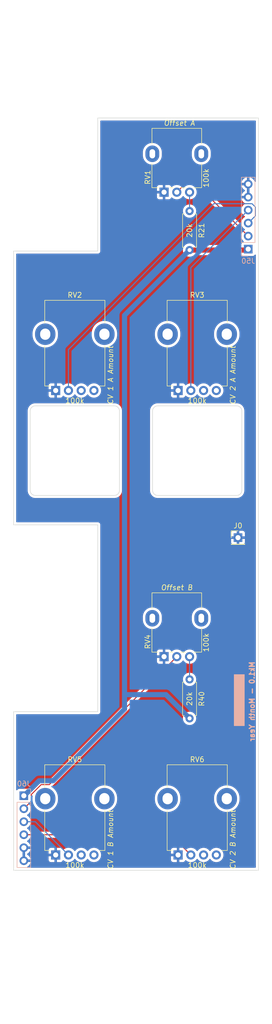
<source format=kicad_pcb>
(kicad_pcb (version 20240108) (generator "pcbnew") (generator_version "8.0")
  (title_block (rev "1") (company "DMH Instruments") (comment 1 "10cm Kosmo format synthesizer module PCB"))
  (layers (0 "F.Cu" signal) (31 "B.Cu" signal) (34 "B.Paste" user) (35 "F.Paste" user) (36 "B.SilkS" user "B.Silkscreen") (37 "F.SilkS" user "F.Silkscreen") (38 "B.Mask" user) (39 "F.Mask" user) (44 "Edge.Cuts" user))
  (net 0 "")
  (net 1 "GND")
  (net 2 "/Inputs and Outputs/CV 1 A Jack")
  (net 3 "/Inputs and Outputs/CV 2 A Jack")
  (net 4 "/Inputs and Outputs/CV 1 B Jack")
  (net 5 "/Inputs and Outputs/CV 2 B Jack")
  (net 6 "/Inputs and Outputs/CV 1 A Pot")
  (net 7 "/Inputs and Outputs/CV 2 A Pot")
  (net 8 "/Inputs and Outputs/Offset A Pot")
  (net 9 "/Inputs and Outputs/CV 1 B Pot")
  (net 10 "/Inputs and Outputs/Offset B Pot")
  (net 11 "/Inputs and Outputs/CV 2 B Pot")
  (net 12 "+12V")
  (net 13 "Net-(R21-Pad1)")
  (net 14 "Net-(R40-Pad1)")
  (footprint "Resistor_THT:R_Axial_DIN0207_L6.3mm_D2.5mm_P7.62mm_Horizontal" (layer "F.Cu") (at 85.5 71.19 -90)
    (property "Reference" "R21" (at 3.81 -2.37 90) (layer "F.SilkS"))
    (property "Value" "20k" (at 3.81 0 90) (layer "F.SilkS"))
    (fp_line (start 0.54 1.37) (end 7.08 1.37) (stroke (width 0.12)) (layer "F.SilkS"))
    (fp_line (start 7.08 1.37) (end 7.08 1.04) (stroke (width 0.12)) (layer "F.SilkS"))
    (fp_line (start 0.54 1.04) (end 0.54 1.37) (stroke (width 0.12)) (layer "F.SilkS"))
    (fp_line (start 0.54 -1.04) (end 0.54 -1.37) (stroke (width 0.12)) (layer "F.SilkS"))
    (fp_line (start 0.54 -1.37) (end 7.08 -1.37) (stroke (width 0.12)) (layer "F.SilkS"))
    (fp_line (start 7.08 -1.37) (end 7.08 -1.04) (stroke (width 0.12)) (layer "F.SilkS"))
    (pad "1" thru_hole circle (at 0 0 270) (size 1.6 1.6) (drill 0.8) (layers "*.Cu" "*.Mask") (net 13 "Net-(R21-Pad1)"))
    (pad "2" thru_hole oval (at 7.62 0 270) (size 1.6 1.6) (drill 0.8) (layers "*.Cu" "*.Mask") (net 12 "+12V"))
  )
  (footprint "SynthStuff:Potentiometer_TT_P110KH1" (layer "F.Cu") (at 84.5 106.25)
    (property "Reference" "RV3" (at 2.5 -18.65 0) (layer "F.SilkS"))
    (property "Value" "100k" (at 2.5 2 0) (layer "F.SilkS"))
    (property "Function" "CV 2 A Amount" (at 9.5 -3 90) (layer "F.SilkS") (effects (font (thickness 0.15) (italic yes))))
    (fp_line (start -3.4 -17.62) (end -3.4 -13.25) (stroke (width 0.12)) (layer "F.SilkS"))
    (fp_line (start -3.4 -8.7) (end -3.4 -0.88) (stroke (width 0.12)) (layer "F.SilkS"))
    (fp_line (start -2.4 -0.88) (end -3.4 -0.88) (stroke (width 0.12)) (layer "F.SilkS"))
    (fp_line (start 8.4 -17.62) (end -3.4 -17.62) (stroke (width 0.12)) (layer "F.SilkS"))
    (fp_line (start 8.4 -17.62) (end 8.4 -13.25) (stroke (width 0.12)) (layer "F.SilkS"))
    (fp_line (start 8.4 -8.7) (end 8.4 -0.88) (stroke (width 0.12)) (layer "F.SilkS"))
    (fp_line (start 8.4 -0.88) (end 7.4 -0.88) (stroke (width 0.12)) (layer "F.SilkS"))
    (pad "" thru_hole oval (at -3.3 -11) (size 4 4.2) (drill oval 2 2.2) (layers "*.Cu" "*.Mask"))
    (pad "" thru_hole circle (at 6.25 0) (size 1.8 1.8) (drill 1) (layers "*.Cu" "*.Mask"))
    (pad "" thru_hole oval (at 8.3 -11) (size 4 4.2) (drill oval 2 2.2) (layers "*.Cu" "*.Mask"))
    (pad "1" thru_hole rect (at -1.25 0) (size 1.8 1.8) (drill 1) (layers "*.Cu" "*.Mask") (net 1 "GND"))
    (pad "2" thru_hole circle (at 1.25 0) (size 1.8 1.8) (drill 1) (layers "*.Cu" "*.Mask") (net 7 "/Inputs and Outputs/CV 2 A Pot"))
    (pad "3" thru_hole circle (at 3.75 0) (size 1.8 1.8) (drill 1) (layers "*.Cu" "*.Mask") (net 3 "/Inputs and Outputs/CV 2 A Jack"))
  )
  (footprint "SynthStuff:Potentiometer_TT_P110KH1" (layer "F.Cu") (at 60.5 106.25)
    (property "Reference" "RV2" (at 2.5 -18.65 0) (layer "F.SilkS"))
    (property "Value" "100k" (at 2.5 2 0) (layer "F.SilkS"))
    (property "Function" "CV 1 A Amount" (at 9.5 -3 90) (layer "F.SilkS") (effects (font (thickness 0.15) (italic yes))))
    (fp_line (start -3.4 -17.62) (end -3.4 -13.25) (stroke (width 0.12)) (layer "F.SilkS"))
    (fp_line (start -3.4 -8.7) (end -3.4 -0.88) (stroke (width 0.12)) (layer "F.SilkS"))
    (fp_line (start -2.4 -0.88) (end -3.4 -0.88) (stroke (width 0.12)) (layer "F.SilkS"))
    (fp_line (start 8.4 -17.62) (end -3.4 -17.62) (stroke (width 0.12)) (layer "F.SilkS"))
    (fp_line (start 8.4 -17.62) (end 8.4 -13.25) (stroke (width 0.12)) (layer "F.SilkS"))
    (fp_line (start 8.4 -8.7) (end 8.4 -0.88) (stroke (width 0.12)) (layer "F.SilkS"))
    (fp_line (start 8.4 -0.88) (end 7.4 -0.88) (stroke (width 0.12)) (layer "F.SilkS"))
    (pad "" thru_hole oval (at -3.3 -11) (size 4 4.2) (drill oval 2 2.2) (layers "*.Cu" "*.Mask"))
    (pad "" thru_hole circle (at 6.25 0) (size 1.8 1.8) (drill 1) (layers "*.Cu" "*.Mask"))
    (pad "" thru_hole oval (at 8.3 -11) (size 4 4.2) (drill oval 2 2.2) (layers "*.Cu" "*.Mask"))
    (pad "1" thru_hole rect (at -1.25 0) (size 1.8 1.8) (drill 1) (layers "*.Cu" "*.Mask") (net 1 "GND"))
    (pad "2" thru_hole circle (at 1.25 0) (size 1.8 1.8) (drill 1) (layers "*.Cu" "*.Mask") (net 6 "/Inputs and Outputs/CV 1 A Pot"))
    (pad "3" thru_hole circle (at 3.75 0) (size 1.8 1.8) (drill 1) (layers "*.Cu" "*.Mask") (net 2 "/Inputs and Outputs/CV 1 A Jack"))
  )
  (footprint "Connector_PinHeader_2.54mm:PinHeader_1x01_P2.54mm_Vertical" (layer "F.Cu") (at 95 135)
    (property "Reference" "J0" (at 0 -2.33 0) (layer "F.SilkS"))
    (property "Value" "Conn_01x01")
    (fp_line (start -1.33 -1.33) (end 0 -1.33) (stroke (width 0.12)) (layer "F.SilkS"))
    (fp_line (start -1.33 0) (end -1.33 -1.33) (stroke (width 0.12)) (layer "F.SilkS"))
    (fp_line (start -1.33 1.27) (end -1.33 1.33) (stroke (width 0.12)) (layer "F.SilkS"))
    (fp_line (start -1.33 1.27) (end 1.33 1.27) (stroke (width 0.12)) (layer "F.SilkS"))
    (fp_line (start -1.33 1.33) (end 1.33 1.33) (stroke (width 0.12)) (layer "F.SilkS"))
    (fp_line (start 1.33 1.27) (end 1.33 1.33) (stroke (width 0.12)) (layer "F.SilkS"))
    (pad "1" thru_hole rect (at 0 0) (size 1.7 1.7) (drill 1) (layers "*.Cu" "*.Mask") (net 1 "GND"))
  )
  (footprint "SynthStuff:Potentiometer_TT_P110KH1" (layer "F.Cu") (at 60.5 197)
    (property "Reference" "RV5" (at 2.5 -18.65 0) (layer "F.SilkS"))
    (property "Value" "100k" (at 2.5 2 0) (layer "F.SilkS"))
    (property "Function" "CV 1 B Amount" (at 9.5 -3 90) (layer "F.SilkS") (effects (font (thickness 0.15) (italic yes))))
    (fp_line (start -3.4 -17.62) (end -3.4 -13.25) (stroke (width 0.12)) (layer "F.SilkS"))
    (fp_line (start -3.4 -8.7) (end -3.4 -0.88) (stroke (width 0.12)) (layer "F.SilkS"))
    (fp_line (start -2.4 -0.88) (end -3.4 -0.88) (stroke (width 0.12)) (layer "F.SilkS"))
    (fp_line (start 8.4 -17.62) (end -3.4 -17.62) (stroke (width 0.12)) (layer "F.SilkS"))
    (fp_line (start 8.4 -17.62) (end 8.4 -13.25) (stroke (width 0.12)) (layer "F.SilkS"))
    (fp_line (start 8.4 -8.7) (end 8.4 -0.88) (stroke (width 0.12)) (layer "F.SilkS"))
    (fp_line (start 8.4 -0.88) (end 7.4 -0.88) (stroke (width 0.12)) (layer "F.SilkS"))
    (pad "" thru_hole oval (at -3.3 -11) (size 4 4.2) (drill oval 2 2.2) (layers "*.Cu" "*.Mask"))
    (pad "" thru_hole circle (at 6.25 0) (size 1.8 1.8) (drill 1) (layers "*.Cu" "*.Mask"))
    (pad "" thru_hole oval (at 8.3 -11) (size 4 4.2) (drill oval 2 2.2) (layers "*.Cu" "*.Mask"))
    (pad "1" thru_hole rect (at -1.25 0) (size 1.8 1.8) (drill 1) (layers "*.Cu" "*.Mask") (net 1 "GND"))
    (pad "2" thru_hole circle (at 1.25 0) (size 1.8 1.8) (drill 1) (layers "*.Cu" "*.Mask") (net 9 "/Inputs and Outputs/CV 1 B Pot"))
    (pad "3" thru_hole circle (at 3.75 0) (size 1.8 1.8) (drill 1) (layers "*.Cu" "*.Mask") (net 4 "/Inputs and Outputs/CV 1 B Jack"))
  )
  (footprint "Resistor_THT:R_Axial_DIN0207_L6.3mm_D2.5mm_P7.62mm_Horizontal" (layer "F.Cu") (at 85.5 162.69 -90)
    (property "Reference" "R40" (at 3.81 -2.37 90) (layer "F.SilkS"))
    (property "Value" "20k" (at 3.81 0 90) (layer "F.SilkS"))
    (fp_line (start 0.54 1.37) (end 7.08 1.37) (stroke (width 0.12)) (layer "F.SilkS"))
    (fp_line (start 7.08 1.37) (end 7.08 1.04) (stroke (width 0.12)) (layer "F.SilkS"))
    (fp_line (start 0.54 1.04) (end 0.54 1.37) (stroke (width 0.12)) (layer "F.SilkS"))
    (fp_line (start 0.54 -1.04) (end 0.54 -1.37) (stroke (width 0.12)) (layer "F.SilkS"))
    (fp_line (start 0.54 -1.37) (end 7.08 -1.37) (stroke (width 0.12)) (layer "F.SilkS"))
    (fp_line (start 7.08 -1.37) (end 7.08 -1.04) (stroke (width 0.12)) (layer "F.SilkS"))
    (pad "1" thru_hole circle (at 0 0 270) (size 1.6 1.6) (drill 0.8) (layers "*.Cu" "*.Mask") (net 14 "Net-(R40-Pad1)"))
    (pad "2" thru_hole oval (at 7.62 0 270) (size 1.6 1.6) (drill 0.8) (layers "*.Cu" "*.Mask") (net 12 "+12V"))
  )
  (footprint "SynthStuff:Potentiometer_Alpha_RD901F-40-00D_Single_Vertical" (layer "F.Cu") (at 80.5 158.25 90)
    (property "Reference" "RV4" (at 2.9 -3.2 90) (layer "F.SilkS"))
    (property "Value" "100k" (at 2.75 8.25 90) (layer "F.SilkS"))
    (property "Function" "Offset B" (at 13.5 2.5 180) (layer "F.SilkS") (effects (font (thickness 0.15) (italic yes))))
    (fp_line (start 0.88 -2.38) (end 5.6 -2.38) (stroke (width 0.12)) (layer "F.SilkS"))
    (fp_line (start 9.41 -2.37) (end 12.47 -2.37) (stroke (width 0.12)) (layer "F.SilkS"))
    (fp_line (start 0.88 -1.19) (end 0.88 -2.37) (stroke (width 0.12)) (layer "F.SilkS"))
    (fp_line (start 0.88 1.71) (end 0.88 1.18) (stroke (width 0.12)) (layer "F.SilkS"))
    (fp_line (start 0.88 4.16) (end 0.88 3.33) (stroke (width 0.12)) (layer "F.SilkS"))
    (fp_line (start 12.47 7.37) (end 12.47 -2.37) (stroke (width 0.12)) (layer "F.SilkS"))
    (fp_line (start 9.41 7.37) (end 12.47 7.37) (stroke (width 0.12)) (layer "F.SilkS"))
    (fp_line (start 0.88 7.37) (end 0.88 5.88) (stroke (width 0.12)) (layer "F.SilkS"))
    (fp_line (start 0.88 7.37) (end 5.6 7.37) (stroke (width 0.12)) (layer "F.SilkS"))
    (pad "" thru_hole oval (at 7.5 -2.3 180) (size 2.72 3.24) (drill oval 1.1 1.8) (layers "*.Cu" "*.Mask"))
    (pad "" thru_hole oval (at 7.5 7.3 180) (size 2.72 3.24) (drill oval 1.1 1.8) (layers "*.Cu" "*.Mask"))
    (pad "1" thru_hole rect (at 0 0 180) (size 1.8 1.8) (drill 1) (layers "*.Cu" "*.Mask") (net 1 "GND"))
    (pad "2" thru_hole circle (at 0 2.5 180) (size 1.8 1.8) (drill 1) (layers "*.Cu" "*.Mask") (net 10 "/Inputs and Outputs/Offset B Pot"))
    (pad "3" thru_hole circle (at 0 5 180) (size 1.8 1.8) (drill 1) (layers "*.Cu" "*.Mask") (net 14 "Net-(R40-Pad1)"))
  )
  (footprint "SynthStuff:Potentiometer_TT_P110KH1" (layer "F.Cu") (at 84.5 197)
    (property "Reference" "RV6" (at 2.5 -18.65 0) (layer "F.SilkS"))
    (property "Value" "100k" (at 2.5 2 0) (layer "F.SilkS"))
    (property "Function" "CV 2 B Amount" (at 9.5 -3 90) (layer "F.SilkS") (effects (font (thickness 0.15) (italic yes))))
    (fp_line (start -3.4 -17.62) (end -3.4 -13.25) (stroke (width 0.12)) (layer "F.SilkS"))
    (fp_line (start -3.4 -8.7) (end -3.4 -0.88) (stroke (width 0.12)) (layer "F.SilkS"))
    (fp_line (start -2.4 -0.88) (end -3.4 -0.88) (stroke (width 0.12)) (layer "F.SilkS"))
    (fp_line (start 8.4 -17.62) (end -3.4 -17.62) (stroke (width 0.12)) (layer "F.SilkS"))
    (fp_line (start 8.4 -17.62) (end 8.4 -13.25) (stroke (width 0.12)) (layer "F.SilkS"))
    (fp_line (start 8.4 -8.7) (end 8.4 -0.88) (stroke (width 0.12)) (layer "F.SilkS"))
    (fp_line (start 8.4 -0.88) (end 7.4 -0.88) (stroke (width 0.12)) (layer "F.SilkS"))
    (pad "" thru_hole oval (at -3.3 -11) (size 4 4.2) (drill oval 2 2.2) (layers "*.Cu" "*.Mask"))
    (pad "" thru_hole circle (at 6.25 0) (size 1.8 1.8) (drill 1) (layers "*.Cu" "*.Mask"))
    (pad "" thru_hole oval (at 8.3 -11) (size 4 4.2) (drill oval 2 2.2) (layers "*.Cu" "*.Mask"))
    (pad "1" thru_hole rect (at -1.25 0) (size 1.8 1.8) (drill 1) (layers "*.Cu" "*.Mask") (net 1 "GND"))
    (pad "2" thru_hole circle (at 1.25 0) (size 1.8 1.8) (drill 1) (layers "*.Cu" "*.Mask") (net 11 "/Inputs and Outputs/CV 2 B Pot"))
    (pad "3" thru_hole circle (at 3.75 0) (size 1.8 1.8) (drill 1) (layers "*.Cu" "*.Mask") (net 5 "/Inputs and Outputs/CV 2 B Jack"))
  )
  (footprint "SynthStuff:Potentiometer_Alpha_RD901F-40-00D_Single_Vertical" (layer "F.Cu") (at 80.5 67.5 90)
    (property "Reference" "RV1" (at 2.9 -3.2 90) (layer "F.SilkS"))
    (property "Value" "100k" (at 2.75 8.25 90) (layer "F.SilkS"))
    (property "Function" "Offset A" (at 13.5 3 180) (layer "F.SilkS") (effects (font (thickness 0.15) (italic yes))))
    (fp_line (start 0.88 -2.38) (end 5.6 -2.38) (stroke (width 0.12)) (layer "F.SilkS"))
    (fp_line (start 9.41 -2.37) (end 12.47 -2.37) (stroke (width 0.12)) (layer "F.SilkS"))
    (fp_line (start 0.88 -1.19) (end 0.88 -2.37) (stroke (width 0.12)) (layer "F.SilkS"))
    (fp_line (start 0.88 1.71) (end 0.88 1.18) (stroke (width 0.12)) (layer "F.SilkS"))
    (fp_line (start 0.88 4.16) (end 0.88 3.33) (stroke (width 0.12)) (layer "F.SilkS"))
    (fp_line (start 12.47 7.37) (end 12.47 -2.37) (stroke (width 0.12)) (layer "F.SilkS"))
    (fp_line (start 9.41 7.37) (end 12.47 7.37) (stroke (width 0.12)) (layer "F.SilkS"))
    (fp_line (start 0.88 7.37) (end 0.88 5.88) (stroke (width 0.12)) (layer "F.SilkS"))
    (fp_line (start 0.88 7.37) (end 5.6 7.37) (stroke (width 0.12)) (layer "F.SilkS"))
    (pad "" thru_hole oval (at 7.5 -2.3 180) (size 2.72 3.24) (drill oval 1.1 1.8) (layers "*.Cu" "*.Mask"))
    (pad "" thru_hole oval (at 7.5 7.3 180) (size 2.72 3.24) (drill oval 1.1 1.8) (layers "*.Cu" "*.Mask"))
    (pad "1" thru_hole rect (at 0 0 180) (size 1.8 1.8) (drill 1) (layers "*.Cu" "*.Mask") (net 1 "GND"))
    (pad "2" thru_hole circle (at 0 2.5 180) (size 1.8 1.8) (drill 1) (layers "*.Cu" "*.Mask") (net 8 "/Inputs and Outputs/Offset A Pot"))
    (pad "3" thru_hole circle (at 0 5 180) (size 1.8 1.8) (drill 1) (layers "*.Cu" "*.Mask") (net 13 "Net-(R21-Pad1)"))
  )
  (footprint "Connector_PinHeader_2.54mm:PinHeader_1x06_P2.54mm_Vertical" (layer "B.Cu") (at 53 185.425 180)
    (property "Reference" "J60" (at 0 2.33 0) (layer "B.SilkS") (effects (justify mirror)))
    (property "Value" "Conn_01x06")
    (fp_line (start 1.33 -1.27) (end -1.33 -1.27) (stroke (width 0.12)) (layer "B.SilkS"))
    (fp_line (start 1.33 -14.03) (end 1.33 -1.27) (stroke (width 0.12)) (layer "B.SilkS"))
    (fp_line (start 1.33 -14.03) (end -1.33 -14.03) (stroke (width 0.12)) (layer "B.SilkS"))
    (fp_line (start 0 1.33) (end -1.33 1.33) (stroke (width 0.12)) (layer "B.SilkS"))
    (fp_line (start -1.33 1.33) (end -1.33 0) (stroke (width 0.12)) (layer "B.SilkS"))
    (fp_line (start -1.33 -14.03) (end -1.33 -1.27) (stroke (width 0.12)) (layer "B.SilkS"))
    (pad "1" thru_hole rect (at 0 0 180) (size 1.7 1.7) (drill 1) (layers "*.Cu" "*.Mask") (net 12 "+12V"))
    (pad "2" thru_hole oval (at 0 -2.54 180) (size 1.7 1.7) (drill 1) (layers "*.Cu" "*.Mask") (net 10 "/Inputs and Outputs/Offset B Pot"))
    (pad "3" thru_hole oval (at 0 -5.08 180) (size 1.7 1.7) (drill 1) (layers "*.Cu" "*.Mask") (net 9 "/Inputs and Outputs/CV 1 B Pot"))
    (pad "4" thru_hole oval (at 0 -7.62 180) (size 1.7 1.7) (drill 1) (layers "*.Cu" "*.Mask") (net 11 "/Inputs and Outputs/CV 2 B Pot"))
    (pad "5" thru_hole oval (at 0 -10.16 180) (size 1.7 1.7) (drill 1) (layers "*.Cu" "*.Mask") (net 1 "GND"))
    (pad "6" thru_hole oval (at 0 -12.7 180) (size 1.7 1.7) (drill 1) (layers "*.Cu" "*.Mask") (net 1 "GND"))
  )
  (footprint "Connector_PinHeader_2.54mm:PinHeader_1x06_P2.54mm_Vertical" (layer "B.Cu") (at 97 78.62)
    (property "Reference" "J50" (at 0 2.33 0) (layer "B.SilkS") (effects (justify mirror)))
    (property "Value" "Conn_01x06")
    (fp_line (start -1.33 -14.03) (end -1.33 -1.27) (stroke (width 0.12)) (layer "B.SilkS"))
    (fp_line (start -1.33 1.33) (end -1.33 0) (stroke (width 0.12)) (layer "B.SilkS"))
    (fp_line (start 0 1.33) (end -1.33 1.33) (stroke (width 0.12)) (layer "B.SilkS"))
    (fp_line (start 1.33 -14.03) (end -1.33 -14.03) (stroke (width 0.12)) (layer "B.SilkS"))
    (fp_line (start 1.33 -14.03) (end 1.33 -1.27) (stroke (width 0.12)) (layer "B.SilkS"))
    (fp_line (start 1.33 -1.27) (end -1.33 -1.27) (stroke (width 0.12)) (layer "B.SilkS"))
    (pad "1" thru_hole rect (at 0 0) (size 1.7 1.7) (drill 1) (layers "*.Cu" "*.Mask") (net 12 "+12V"))
    (pad "2" thru_hole oval (at 0 -2.54) (size 1.7 1.7) (drill 1) (layers "*.Cu" "*.Mask") (net 8 "/Inputs and Outputs/Offset A Pot"))
    (pad "3" thru_hole oval (at 0 -5.08) (size 1.7 1.7) (drill 1) (layers "*.Cu" "*.Mask") (net 6 "/Inputs and Outputs/CV 1 A Pot"))
    (pad "4" thru_hole oval (at 0 -7.62) (size 1.7 1.7) (drill 1) (layers "*.Cu" "*.Mask") (net 7 "/Inputs and Outputs/CV 2 A Pot"))
    (pad "5" thru_hole oval (at 0 -10.16) (size 1.7 1.7) (drill 1) (layers "*.Cu" "*.Mask") (net 1 "GND"))
    (pad "6" thru_hole oval (at 0 -12.7) (size 1.7 1.7) (drill 1) (layers "*.Cu" "*.Mask") (net 1 "GND"))
  )
  (gr_rect (start 94.25 161.75) (end 96.25 171.75) (stroke (width 0.1)) (fill solid) (layer "B.SilkS"))
  (gr_line (start 99 53) (end 99 200) (stroke (width 0.1)) (layer "Edge.Cuts"))
  (gr_line (start 67.5 79) (end 67.5 53) (stroke (width 0.1)) (layer "Edge.Cuts"))
  (gr_arc (start 78.25 110.25) (mid 78.542893 109.542893) (end 79.25 109.25) (stroke (width 0.1)) (layer "Edge.Cuts"))
  (gr_line (start 79.25 109.25) (end 94.75 109.25) (stroke (width 0.1)) (layer "Edge.Cuts"))
  (gr_line (start 67.5 53) (end 99 53) (stroke (width 0.1)) (layer "Edge.Cuts"))
  (gr_line (start 55.25 109.25) (end 70.75 109.25) (stroke (width 0.1)) (layer "Edge.Cuts"))
  (gr_line (start 51 132.5) (end 67.5 132.5) (stroke (width 0.1)) (layer "Edge.Cuts"))
  (gr_arc (start 95.75 125.75) (mid 95.457107 126.457107) (end 94.75 126.75) (stroke (width 0.1)) (layer "Edge.Cuts"))
  (gr_line (start 67.5 132.5) (end 67.5 169) (stroke (width 0.1)) (layer "Edge.Cuts"))
  (gr_line (start 67.5 169) (end 51 169) (stroke (width 0.1)) (layer "Edge.Cuts"))
  (gr_arc (start 71.75 125.75) (mid 71.457107 126.457107) (end 70.75 126.75) (stroke (width 0.1)) (layer "Edge.Cuts"))
  (gr_line (start 70.75 126.75) (end 55.25 126.75) (stroke (width 0.1)) (layer "Edge.Cuts"))
  (gr_line (start 71.75 110.25) (end 71.75 125.75) (stroke (width 0.1)) (layer "Edge.Cuts"))
  (gr_arc (start 54.25 110.25) (mid 54.542893 109.542893) (end 55.25 109.25) (stroke (width 0.1)) (layer "Edge.Cuts"))
  (gr_arc (start 79.25 126.75) (mid 78.542893 126.457107) (end 78.25 125.75) (stroke (width 0.1)) (layer "Edge.Cuts"))
  (gr_arc (start 70.75 109.25) (mid 71.457107 109.542893) (end 71.75 110.25) (stroke (width 0.1)) (layer "Edge.Cuts"))
  (gr_line (start 51 79) (end 67.5 79) (stroke (width 0.1)) (layer "Edge.Cuts"))
  (gr_line (start 78.25 125.75) (end 78.25 110.25) (stroke (width 0.1)) (layer "Edge.Cuts"))
  (gr_line (start 99 200) (end 51 200) (stroke (width 0.1)) (layer "Edge.Cuts"))
  (gr_line (start 54.25 125.75) (end 54.25 110.25) (stroke (width 0.1)) (layer "Edge.Cuts"))
  (gr_arc (start 55.25 126.75) (mid 54.542893 126.457107) (end 54.25 125.75) (stroke (width 0.1)) (layer "Edge.Cuts"))
  (gr_arc (start 94.75 109.25) (mid 95.457107 109.542893) (end 95.75 110.25) (stroke (width 0.1)) (layer "Edge.Cuts"))
  (gr_line (start 95.75 110.25) (end 95.75 125.75) (stroke (width 0.1)) (layer "Edge.Cuts"))
  (gr_line (start 51 132.5) (end 51 79) (stroke (width 0.1)) (layer "Edge.Cuts"))
  (gr_line (start 51 169) (end 51 200) (stroke (width 0.1)) (layer "Edge.Cuts"))
  (gr_line (start 94.75 126.75) (end 79.25 126.75) (stroke (width 0.1)) (layer "Edge.Cuts"))
  (gr_text "Mk1.0 - Month Year" (at 97.75 167 90) (layer "B.SilkS") (effects (font (size 1 1) (thickness 0.25) (bold yes)) (justify mirror)))
  (segment (start 98.4 70.4) (end 98.4 72.14) (width 0.2) (layer "B.Cu") (net 6))
  (segment (start 97.75 69.75) (end 98.4 70.4) (width 0.2) (layer "B.Cu") (net 6))
  (segment (start 61.75 106.25) (end 61.75 98.25) (width 0.2) (layer "B.Cu") (net 6))
  (segment (start 90.25 69.75) (end 97.75 69.75) (width 0.2) (layer "B.Cu") (net 6))
  (segment (start 61.75 98.25) (end 90.25 69.75) (width 0.2) (layer "B.Cu") (net 6))
  (segment (start 98.4 72.14) (end 97 73.54) (width 0.2) (layer "B.Cu") (net 6))
  (segment (start 85.75 82.25) (end 85.75 106.25) (width 0.2) (layer "B.Cu") (net 7))
  (segment (start 97 71) (end 85.75 82.25) (width 0.2) (layer "B.Cu") (net 7))
  (segment (start 84.5 66) (end 86.92 66) (width 0.2) (layer "F.Cu") (net 8))
  (segment (start 83 67.5) (end 84.5 66) (width 0.2) (layer "F.Cu") (net 8))
  (segment (start 86.92 66) (end 97 76.08) (width 0.2) (layer "F.Cu") (net 8))
  (segment (start 55.255 190.505) (end 61.75 197) (width 0.2) (layer "B.Cu") (net 9))
  (segment (start 53 190.505) (end 55.255 190.505) (width 0.2) (layer "B.Cu") (net 9))
  (segment (start 54.5 186.465) (end 53 187.965) (width 0.2) (layer "F.Cu") (net 10))
  (segment (start 54.5 185.15) (end 54.5 186.465) (width 0.2) (layer "F.Cu") (net 10))
  (segment (start 58 183.25) (end 56.4 183.25) (width 0.2) (layer "F.Cu") (net 10))
  (segment (start 83 158.25) (end 58 183.25) (width 0.2) (layer "F.Cu") (net 10))
  (segment (start 56.4 183.25) (end 54.5 185.15) (width 0.2) (layer "F.Cu") (net 10))
  (segment (start 81.795 193.045) (end 85.75 197) (width 0.2) (layer "F.Cu") (net 11))
  (segment (start 53 193.045) (end 81.795 193.045) (width 0.2) (layer "F.Cu") (net 11))
  (segment (start 85.5 78.81) (end 96.81 78.81) (width 1) (layer "F.Cu") (net 12))
  (segment (start 53.075 185.425) (end 53 185.425) (width 1) (layer "B.Cu") (net 12))
  (segment (start 80.865 165.675) (end 85.5 170.31) (width 1) (layer "B.Cu") (net 12))
  (segment (start 58.75 182.5) (end 56 182.5) (width 1) (layer "B.Cu") (net 12))
  (segment (start 56 182.5) (end 53.075 185.425) (width 1) (layer "B.Cu") (net 12))
  (segment (start 72.75 168.5) (end 58.75 182.5) (width 1) (layer "B.Cu") (net 12))
  (segment (start 72.75 91.56) (end 72.75 165.675) (width 1) (layer "B.Cu") (net 12))
  (segment (start 72.75 165.675) (end 72.75 168.5) (width 1) (layer "B.Cu") (net 12))
  (segment (start 96.81 78.81) (end 97 78.62) (width 1) (layer "B.Cu") (net 12))
  (segment (start 72.75 165.675) (end 80.865 165.675) (width 1) (layer "B.Cu") (net 12))
  (segment (start 85.5 78.81) (end 72.75 91.56) (width 1) (layer "B.Cu") (net 12))
  (segment (start 85.5 71.19) (end 85.5 67.5) (width 0.2) (layer "B.Cu") (net 13))
  (segment (start 85.5 162.69) (end 85.5 158.25) (width 0.2) (layer "B.Cu") (net 14))
  (zone (net 1) (net_name "GND") (layers "F&B.Cu") (name "Ground_plane") (connect_pads (clearance 0.5)) (min_thickness 0.25) (fill yes (thermal_gap 0.5) (thermal_bridge_width 0.5))
    (polygon (pts (xy 67.5 53) (xy 98.75 53) (xy 99 200) (xy 51 200) (xy 51 169) (xy 67.5 169) (xy 67.5 132.5) (xy 51 132.5) (xy 51 79) (xy 67.5 79)))
  )
)
</source>
